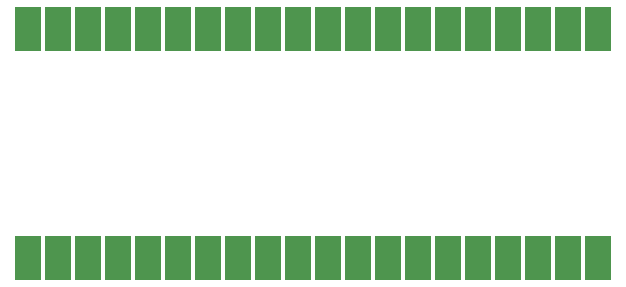
<source format=gbr>
%TF.GenerationSoftware,KiCad,Pcbnew,9.0.6*%
%TF.CreationDate,2025-12-11T01:20:01-06:00*%
%TF.ProjectId,KeyboardPCB,4b657962-6f61-4726-9450-43422e6b6963,rev?*%
%TF.SameCoordinates,Original*%
%TF.FileFunction,Paste,Bot*%
%TF.FilePolarity,Positive*%
%FSLAX46Y46*%
G04 Gerber Fmt 4.6, Leading zero omitted, Abs format (unit mm)*
G04 Created by KiCad (PCBNEW 9.0.6) date 2025-12-11 01:20:01*
%MOMM*%
%LPD*%
G01*
G04 APERTURE LIST*
%ADD10R,2.200000X3.800000*%
G04 APERTURE END LIST*
D10*
%TO.C,A0*%
X362585000Y-91910000D03*
X360045000Y-91910000D03*
X357505000Y-91910000D03*
X354965000Y-91910000D03*
X352425000Y-91910000D03*
X349885000Y-91910000D03*
X347345000Y-91910000D03*
X344805000Y-91910000D03*
X342265000Y-91910000D03*
X339725000Y-91910000D03*
X337185000Y-91910000D03*
X334645000Y-91910000D03*
X332105000Y-91910000D03*
X329565000Y-91910000D03*
X327025000Y-91910000D03*
X324485000Y-91910000D03*
X321945000Y-91910000D03*
X319405000Y-91910000D03*
X316865000Y-91910000D03*
X314325000Y-91910000D03*
X362585000Y-111290000D03*
X360045000Y-111290000D03*
X357505000Y-111290000D03*
X354965000Y-111290000D03*
X352425000Y-111290000D03*
X349885000Y-111290000D03*
X347345000Y-111290000D03*
X344805000Y-111290000D03*
X342265000Y-111290000D03*
X339725000Y-111290000D03*
X337185000Y-111290000D03*
X334645000Y-111290000D03*
X332105000Y-111290000D03*
X329565000Y-111290000D03*
X327025000Y-111290000D03*
X324485000Y-111290000D03*
X321945000Y-111290000D03*
X319405000Y-111290000D03*
X316865000Y-111290000D03*
X314325000Y-111290000D03*
%TD*%
M02*

</source>
